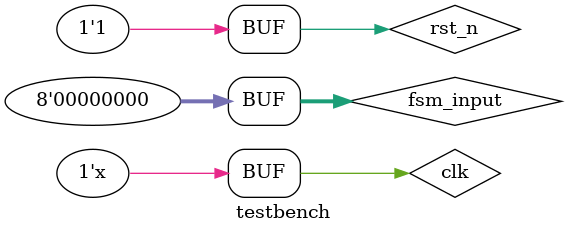
<source format=v>
module testbench();
    reg clk, rst_n;
    reg [7:0] fsm_input;
    wire [3:0] fsm_state;

    // Instantiate FSM
    fsm_overlay uut (
        .clk(clk),
        .rst_n(rst_n),
        .fsm_input(fsm_input),
        .fsm_state(fsm_state)
    );

    initial begin
        clk = 0;
        rst_n = 0;
        fsm_input = 8'b00000000;
        #10 rst_n = 1; // Release reset
    end

    always #5 clk = ~clk; // Clock generation
endmodule
</source>
